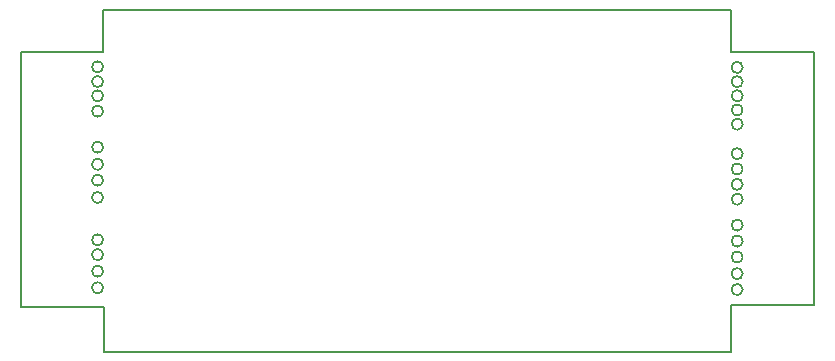
<source format=gko>
G04 #@! TF.FileFunction,Profile,NP*
%FSLAX46Y46*%
G04 Gerber Fmt 4.6, Leading zero omitted, Abs format (unit mm)*
G04 Created by KiCad (PCBNEW 4.0.3-stable) date 10/19/16 10:16:13*
%MOMM*%
%LPD*%
G01*
G04 APERTURE LIST*
%ADD10C,0.100000*%
%ADD11C,0.150000*%
G04 APERTURE END LIST*
D10*
D11*
X172950000Y-78150000D02*
X172950000Y-99650000D01*
X165900000Y-78150000D02*
X172950000Y-78150000D01*
X165900000Y-74600000D02*
X165900000Y-78150000D01*
X165350000Y-74600000D02*
X165900000Y-74600000D01*
X165350000Y-74600000D02*
X113400000Y-74600000D01*
X112750000Y-74600000D02*
X113400000Y-74600000D01*
X112750000Y-78200000D02*
X112750000Y-74600000D01*
X105750000Y-78200000D02*
X112750000Y-78200000D01*
X112800000Y-99800000D02*
X105750000Y-99800000D01*
X112800000Y-103550000D02*
X112800000Y-99800000D01*
X113500000Y-103550000D02*
X112800000Y-103550000D01*
X164900000Y-103550000D02*
X165850000Y-103550000D01*
X165850000Y-99650000D02*
X165850000Y-103550000D01*
X165850000Y-99650000D02*
X172950000Y-99650000D01*
X166871699Y-90650000D02*
G75*
G03X166871699Y-90650000I-471699J0D01*
G01*
X164900000Y-103550000D02*
X113500000Y-103550000D01*
X112721699Y-90500000D02*
G75*
G03X112721699Y-90500000I-471699J0D01*
G01*
X112721699Y-94100000D02*
G75*
G03X112721699Y-94100000I-471699J0D01*
G01*
X112721699Y-89050000D02*
G75*
G03X112721699Y-89050000I-471699J0D01*
G01*
X112721699Y-83200000D02*
G75*
G03X112721699Y-83200000I-471699J0D01*
G01*
X112721699Y-95350000D02*
G75*
G03X112721699Y-95350000I-471699J0D01*
G01*
X112721699Y-96750000D02*
G75*
G03X112721699Y-96750000I-471699J0D01*
G01*
X112721699Y-98150000D02*
G75*
G03X112721699Y-98150000I-471699J0D01*
G01*
X166871699Y-98300000D02*
G75*
G03X166871699Y-98300000I-471699J0D01*
G01*
X166871699Y-95550000D02*
G75*
G03X166871699Y-95550000I-471699J0D01*
G01*
X166871699Y-96950000D02*
G75*
G03X166871699Y-96950000I-471699J0D01*
G01*
X166871699Y-89400000D02*
G75*
G03X166871699Y-89400000I-471699J0D01*
G01*
X112721699Y-81900000D02*
G75*
G03X112721699Y-81900000I-471699J0D01*
G01*
X166871699Y-81900000D02*
G75*
G03X166871699Y-81900000I-471699J0D01*
G01*
X112721699Y-80700000D02*
G75*
G03X112721699Y-80700000I-471699J0D01*
G01*
X112721699Y-86250000D02*
G75*
G03X112721699Y-86250000I-471699J0D01*
G01*
X112721699Y-87700000D02*
G75*
G03X112721699Y-87700000I-471699J0D01*
G01*
X112721699Y-79450000D02*
G75*
G03X112721699Y-79450000I-471699J0D01*
G01*
X166871699Y-83100000D02*
G75*
G03X166871699Y-83100000I-471699J0D01*
G01*
X166871699Y-92850000D02*
G75*
G03X166871699Y-92850000I-471699J0D01*
G01*
X166871699Y-94200000D02*
G75*
G03X166871699Y-94200000I-471699J0D01*
G01*
X166871699Y-88100000D02*
G75*
G03X166871699Y-88100000I-471699J0D01*
G01*
X166871699Y-84300000D02*
G75*
G03X166871699Y-84300000I-471699J0D01*
G01*
X166871699Y-86800000D02*
G75*
G03X166871699Y-86800000I-471699J0D01*
G01*
X166871699Y-80700000D02*
G75*
G03X166871699Y-80700000I-471699J0D01*
G01*
X166871699Y-79500000D02*
G75*
G03X166871699Y-79500000I-471699J0D01*
G01*
X105750000Y-99800000D02*
X105750000Y-78200000D01*
M02*

</source>
